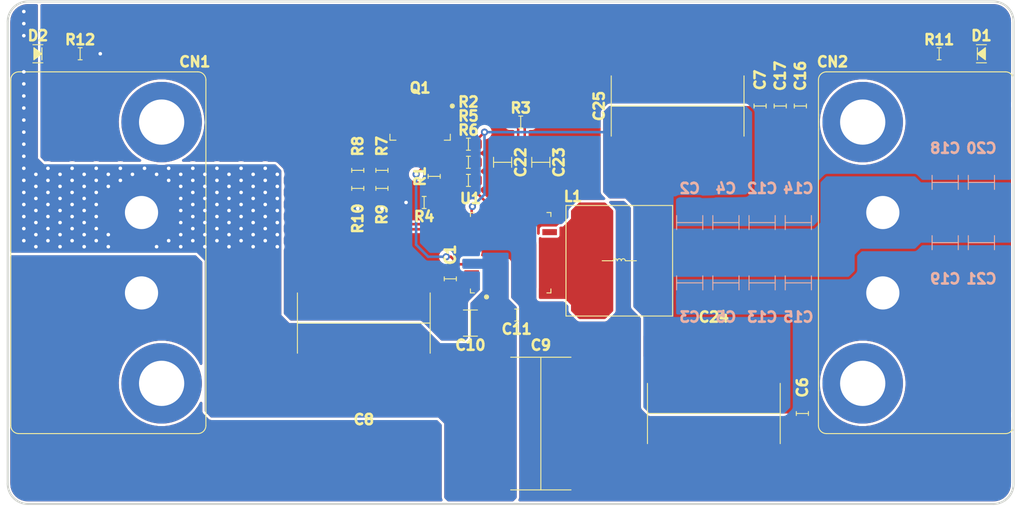
<source format=kicad_pcb>
(kicad_pcb (version 20211014) (generator pcbnew)
  (layers (0 "F.Cu" signal) (1 "In1.Cu" signal) (2 "In2.Cu" signal) (31 "B.Cu" signal) (34 "B.Paste" user) (35 "F.Paste" user) (36 "B.SilkS" user "B.Silkscreen") (37 "F.SilkS" user "F.Silkscreen") (38 "B.Mask" user) (39 "F.Mask" user) (44 "Edge.Cuts" user))
  (net 0 "")
  (net 1 "Net-(C1-Pad1)")
  (net 2 "Net-(C1-Pad2)")
  (net 3 "GND")
  (net 4 "12V")
  (net 5 "VIN")
  (net 6 "/REG_VDD")
  (net 7 "Net-(C23-Pad2)")
  (net 8 "Net-(D1-Pad1)")
  (net 9 "Net-(D2-Pad1)")
  (net 10 "Net-(L1-Pad1)")
  (net 11 "/EN")
  (net 12 "Net-(Q1-Pad3)")
  (net 13 "Net-(R2-Pad1)")
  (net 14 "/PGOOD")
  (net 15 "Net-(R5-Pad1)")
  (net 16 "Net-(R7-Pad1)")
  (net 17 "Net-(R10-Pad2)")
  (footprint "RES_SMD:RES_0402_LEAST" (layer "F.Cu") (at 34.9 20 180)
    (fp_text reference "R5" (at 0 2.3 unlocked) (layer "F.SilkS") (effects (font (size 0.508 0.508) (thickness 0.127))))
    (fp_text value "Res_10K_0402")
    (pad "1" smd roundrect (at -0.43 0 180) (size 0.47 0.52) (layers "F.Cu" "F.Paste" "F.Mask") (net 15 "Net-(R5-Pad1)"))
    (pad "2" smd roundrect (at 0.43 0 180) (size 0.47 0.52) (layers "F.Cu" "F.Paste" "F.Mask") (net 13 "Net-(R2-Pad1)"))
  )
  (footprint "CONNECTOR_THT:DATAMATE_2P_RA_M80-5000000M5-02-333-00-000" (layer "F.Cu") (at 55.5 24.5 90)
    (fp_text reference "CN2" (at 9.5 -2.5 unlocked) (layer "F.SilkS") (effects (font (size 0.508 0.508) (thickness 0.127))))
    (fp_text value "DATAMATE_2P_RA_M80-5000000M5-02-333-00-000")
    (pad "" np_thru_hole circle (at -6.5 -1 90) (size 4 4) (drill 2.25) (layers F&B.Cu *.Mask))
    (pad "" np_thru_hole circle (at 6.5 -1 90) (size 4 4) (drill 2.25) (layers F&B.Cu *.Mask))
    (pad "1" thru_hole circle (at -2 0 90) (size 3 3) (drill 1.65) (layers *.Cu *.Mask) (net 3 "GND"))
    (pad "2" thru_hole circle (at 2 0 90) (size 3 3) (drill 1.65) (layers *.Cu *.Mask) (net 4 "12V"))
  )
  (footprint "RES_SMD:RES_0402_LEAST" (layer "F.Cu") (at 33.2 20.7 90)
    (fp_text reference "R1" (at 0 -0.7 90 unlocked) (layer "F.SilkS") (effects (font (size 0.508 0.508) (thickness 0.127))))
    (fp_text value "Res_10K_0402")
    (pad "1" smd roundrect (at -0.43 0 90) (size 0.47 0.52) (layers "F.Cu" "F.Paste" "F.Mask") (net 12 "Net-(Q1-Pad3)"))
    (pad "2" smd roundrect (at 0.43 0 90) (size 0.47 0.52) (layers "F.Cu" "F.Paste" "F.Mask") (net 5 "VIN"))
  )
  (footprint "LED_SMD:LED_0603_LEAST" (layer "F.Cu") (at 60.4 14.6)
    (fp_text reference "D1" (at 0 -0.9 unlocked) (layer "F.SilkS") (effects (font (size 0.508 0.508) (thickness 0.127))))
    (fp_text value "LED_GREEN_0603")
    (pad "1" smd roundrect (at -0.7 0) (size 0.75 0.9) (layers "F.Cu" "F.Paste" "F.Mask") (net 8 "Net-(D1-Pad1)"))
    (pad "2" smd roundrect (at 0.7 0) (size 0.75 0.9) (layers "F.Cu" "F.Paste" "F.Mask") (net 4 "12V"))
  )
  (footprint "CAP_STACK:CAP_STACK_7.8X6.6" (layer "F.Cu") (at 45.3 17.2 90)
    (fp_text reference "C25" (at 0 -3.9 90 unlocked) (layer "F.SilkS") (effects (font (size 0.508 0.508) (thickness 0.127))))
    (fp_text value "Cap_47u_50V_7.8X6.6")
    (pad "1" smd roundrect (at -3.35 0 90) (size 2 7) (layers "F.Cu" "F.Paste" "F.Mask") (net 4 "12V"))
    (pad "2" smd roundrect (at 3.35 0 90) (size 2 7) (layers "F.Cu" "F.Paste" "F.Mask") (net 3 "GND"))
  )
  (footprint "RES_SMD:RES_0402_LEAST" (layer "F.Cu") (at 34.9 19.1)
    (fp_text reference "R2" (at 0 -2.1 unlocked) (layer "F.SilkS") (effects (font (size 0.508 0.508) (thickness 0.127))))
    (fp_text value "Res_10K_0402")
    (pad "1" smd roundrect (at -0.43 0) (size 0.47 0.52) (layers "F.Cu" "F.Paste" "F.Mask") (net 13 "Net-(R2-Pad1)"))
    (pad "2" smd roundrect (at 0.43 0) (size 0.47 0.52) (layers "F.Cu" "F.Paste" "F.Mask") (net 4 "12V"))
  )
  (footprint "LED_SMD:LED_0603_LEAST" (layer "F.Cu") (at 13.5 14.6 180)
    (fp_text reference "D2" (at 0 0.9 unlocked) (layer "F.SilkS") (effects (font (size 0.508 0.508) (thickness 0.127))))
    (fp_text value "LED_GREEN_0603")
    (pad "1" smd roundrect (at -0.7 0 180) (size 0.75 0.9) (layers "F.Cu" "F.Paste" "F.Mask") (net 9 "Net-(D2-Pad1)"))
    (pad "2" smd roundrect (at 0.7 0 180) (size 0.75 0.9) (layers "F.Cu" "F.Paste" "F.Mask") (net 5 "VIN"))
  )
  (footprint "CAP_STACK:CAP_STACK_7.8X6.6" (layer "F.Cu") (at 29.7 28 -90)
    (fp_text reference "C8" (at 4.8 0 unlocked) (layer "F.SilkS") (effects (font (size 0.508 0.508) (thickness 0.127))))
    (fp_text value "Cap_47u_50V_7.8X6.6")
    (pad "1" smd roundrect (at -3.35 0 270) (size 2 7) (layers "F.Cu" "F.Paste" "F.Mask") (net 3 "GND"))
    (pad "2" smd roundrect (at 3.35 0 270) (size 2 7) (layers "F.Cu" "F.Paste" "F.Mask") (net 5 "VIN"))
  )
  (footprint "RES_SMD:RES_0402_LEAST" (layer "F.Cu") (at 32.7 22)
    (fp_text reference "R4" (at 0 0.7 unlocked) (layer "F.SilkS") (effects (font (size 0.508 0.508) (thickness 0.127))))
    (fp_text value "Res_1K5_0402")
    (pad "1" smd roundrect (at -0.43 0) (size 0.47 0.52) (layers "F.Cu" "F.Paste" "F.Mask") (net 3 "GND"))
    (pad "2" smd roundrect (at 0.43 0) (size 0.47 0.52) (layers "F.Cu" "F.Paste" "F.Mask") (net 12 "Net-(Q1-Pad3)"))
  )
  (footprint "CAP_SMD:CAP_0603_LEAST" (layer "F.Cu") (at 38.5 20 -90)
    (fp_text reference "C23" (at 0 -0.9 90 unlocked) (layer "F.SilkS") (effects (font (size 0.508 0.508) (thickness 0.127))))
    (fp_text value "Cap_1u_25V_0603")
    (pad "1" smd roundrect (at -0.7 0 270) (size 0.75 0.9) (layers "F.Cu" "F.Paste" "F.Mask") (net 3 "GND"))
    (pad "2" smd roundrect (at 0.7 0 270) (size 0.75 0.9) (layers "F.Cu" "F.Paste" "F.Mask") (net 7 "Net-(C23-Pad2)"))
  )
  (footprint "PACKAGE_SO:SOT23_3" (layer "F.Cu") (at 32.5 18.2 180)
    (fp_text reference "Q1" (at 0 1.9 unlocked) (layer "F.SilkS") (effects (font (size 0.508 0.508) (thickness 0.127))))
    (fp_text value "DMN3023L-7")
    (pad "1" smd roundrect (at -0.95 1 180) (size 0.8 0.9) (layers "F.Cu" "F.Paste" "F.Mask") (net 11 "/EN"))
    (pad "2" smd roundrect (at 0.95 1 180) (size 0.8 0.9) (layers "F.Cu" "F.Paste" "F.Mask") (net 3 "GND"))
    (pad "3" smd roundrect (at 0 -1 180) (size 0.8 0.9) (layers "F.Cu" "F.Paste" "F.Mask") (net 12 "Net-(Q1-Pad3)"))
  )
  (footprint "CAP_STACK:CAP_STACK_7.8X6.6" (layer "F.Cu") (at 38.5 33 180)
    (fp_text reference "C9" (at 0 3.9 unlocked) (layer "F.SilkS") (effects (font (size 0.508 0.508) (thickness 0.127))))
    (fp_text value "Cap_47u_50V_7.8X6.6")
    (pad "1" smd roundrect (at -3.35 0 180) (size 2 7) (layers "F.Cu" "F.Paste" "F.Mask") (net 3 "GND"))
    (pad "2" smd roundrect (at 3.35 0 180) (size 2 7) (layers "F.Cu" "F.Paste" "F.Mask") (net 5 "VIN"))
  )
  (footprint "CAP_SMD:CAP_0805_LEAST" (layer "F.Cu") (at 35 28)
    (fp_text reference "C10" (at 0 1.1 unlocked) (layer "F.SilkS") (effects (font (size 0.508 0.508) (thickness 0.127))))
    (fp_text value "Cap_4u7_50V_0805")
    (pad "1" smd roundrect (at -0.85 0) (size 0.8 1.35) (layers "F.Cu" "F.Paste" "F.Mask") (net 3 "GND"))
    (pad "2" smd roundrect (at 0.85 0) (size 0.8 1.35) (layers "F.Cu" "F.Paste" "F.Mask") (net 5 "VIN"))
  )
  (footprint "RES_SMD:RES_0402_LEAST" (layer "F.Cu") (at 37.5 18 180)
    (fp_text reference "R3" (at 0 0.7 unlocked) (layer "F.SilkS") (effects (font (size 0.508 0.508) (thickness 0.127))))
    (fp_text value "Res_10K_0402")
    (pad "1" smd roundrect (at -0.43 0 180) (size 0.47 0.52) (layers "F.Cu" "F.Paste" "F.Mask") (net 14 "/PGOOD"))
    (pad "2" smd roundrect (at 0.43 0 180) (size 0.47 0.52) (layers "F.Cu" "F.Paste" "F.Mask") (net 6 "/REG_VDD"))
  )
  (footprint "CAP_SMD:CAP_0402_LEAST" (layer "F.Cu") (at 37.3 27.6 180)
    (fp_text reference "C11" (at 0 -0.7 unlocked) (layer "F.SilkS") (effects (font (size 0.508 0.508) (thickness 0.127))))
    (fp_text value "Cap_100n_50V_0402")
    (pad "1" smd roundrect (at -0.43 0 180) (size 0.47 0.52) (layers "F.Cu" "F.Paste" "F.Mask") (net 3 "GND"))
    (pad "2" smd roundrect (at 0.43 0 180) (size 0.47 0.52) (layers "F.Cu" "F.Paste" "F.Mask") (net 5 "VIN"))
  )
  (footprint "RES_SMD:RES_0402_LEAST" (layer "F.Cu") (at 29.4 20.4 90)
    (fp_text reference "R8" (at 1.2 0 90 unlocked) (layer "F.SilkS") (effects (font (size 0.508 0.508) (thickness 0.127))))
    (fp_text value "Res_100K_0402")
    (pad "1" smd roundrect (at -0.43 0 90) (size 0.47 0.52) (layers "F.Cu" "F.Paste" "F.Mask") (net 17 "Net-(R10-Pad2)"))
    (pad "2" smd roundrect (at 0.43 0 90) (size 0.47 0.52) (layers "F.Cu" "F.Paste" "F.Mask") (net 6 "/REG_VDD"))
  )
  (footprint "PACKAGE_MLP:MLP44_24L" (layer "F.Cu") (at 37 24.5 90)
    (fp_text reference "U1" (at 2.7 -2 unlocked) (layer "F.SilkS") (effects (font (size 0.508 0.508) (thickness 0.127))))
    (fp_text value "SIC437AED")
    (pad "1" smd rect (at -2.025 -0.825 90) (size 0.55 0.3) (layers "F.Cu" "F.Paste" "F.Mask") (net 5 "VIN"))
    (pad "2" smd rect (at -2.025 -0.375 90) (size 0.55 0.3) (layers "F.Cu" "F.Paste" "F.Mask") (net 5 "VIN"))
    (pad "3" smd rect (at -2.025 0.525 90) (size 0.55 0.3) (layers "F.Cu" "F.Paste" "F.Mask") (net 3 "GND"))
    (pad "4" smd rect (at -2.025 0.975 90) (size 0.55 0.3) (layers "F.Cu" "F.Paste" "F.Mask") (net 3 "GND"))
    (pad "5" smd rect (at -1.475 1.938 90) (size 0.3 0.725) (layers "F.Cu" "F.Paste" "F.Mask") (net 10 "Net-(L1-Pad1)"))
    (pad "6" smd rect (at -1.025 1.938 90) (size 0.3 0.725) (layers "F.Cu" "F.Paste" "F.Mask") (net 10 "Net-(L1-Pad1)"))
    (pad "7" smd rect (at -0.575 1.938 90) (size 0.3 0.725) (layers "F.Cu" "F.Paste" "F.Mask") (net 10 "Net-(L1-Pad1)"))
    (pad "8" smd rect (at 0.125 1.938 90) (size 0.3 0.725) (layers "F.Cu" "F.Paste" "F.Mask") (net 10 "Net-(L1-Pad1)"))
    (pad "9" smd rect (at 0.575 1.938 90) (size 0.3 0.725) (layers "F.Cu" "F.Paste" "F.Mask") (net 10 "Net-(L1-Pad1)"))
    (pad "10" smd rect (at 1.025 1.938 90) (size 0.3 0.725) (layers "F.Cu" "F.Paste" "F.Mask"))
    (pad "11" smd rect (at 1.938 1.425 180) (size 0.3 0.725) (layers "F.Cu" "F.Paste" "F.Mask"))
    (pad "12" smd rect (at 1.938 0.975 180) (size 0.3 0.725) (layers "F.Cu" "F.Paste" "F.Mask") (net 7 "Net-(C23-Pad2)"))
    (pad "13" smd rect (at 1.938 0.525 180) (size 0.3 0.725) (layers "F.Cu" "F.Paste" "F.Mask") (net 3 "GND"))
    (pad "14" smd rect (at 1.938 0.075 180) (size 0.3 0.725) (layers "F.Cu" "F.Paste" "F.Mask") (net 14 "/PGOOD"))
    (pad "15" smd rect (at 1.938 -0.375 180) (size 0.3 0.725) (layers "F.Cu" "F.Paste" "F.Mask") (net 6 "/REG_VDD"))
    (pad "16" smd rect (at 1.938 -0.825 180) (size 0.3 0.725) (layers "F.Cu" "F.Paste" "F.Mask") (net 3 "GND"))
    (pad "17" smd rect (at 1.938 -1.275 180) (size 0.3 0.725) (layers "F.Cu" "F.Paste" "F.Mask") (net 15 "Net-(R5-Pad1)"))
    (pad "18" smd rect (at 1.475 -1.938 90) (size 0.3 0.725) (layers "F.Cu" "F.Paste" "F.Mask") (net 4 "12V"))
    (pad "19" smd rect (at 1.025 -1.938 90) (size 0.3 0.725) (layers "F.Cu" "F.Paste" "F.Mask") (net 12 "Net-(Q1-Pad3)"))
    (pad "20" smd rect (at 0.575 -1.938 90) (size 0.3 0.725) (layers "F.Cu" "F.Paste" "F.Mask") (net 16 "Net-(R7-Pad1)"))
    (pad "21" smd rect (at 0.125 -1.938 90) (size 0.3 0.725) (layers "F.Cu" "F.Paste" "F.Mask") (net 17 "Net-(R10-Pad2)"))
    (pad "22" smd rect (at -0.575 -1.938 90) (size 0.3 0.725) (layers "F.Cu" "F.Paste" "F.Mask") (net 5 "VIN"))
    (pad "23" smd rect (at -1.025 -1.938 90) (size 0.3 0.725) (layers "F.Cu" "F.Paste" "F.Mask") (net 1 "Net-(C1-Pad1)"))
    (pad "24" smd rect (at -1.475 -1.938 90) (size 0.3 0.725) (layers "F.Cu" "F.Paste" "F.Mask") (net 2 "Net-(C1-Pad2)"))
    (pad "25" smd rect (at 0.4885 -0.75 90) (size 1.575 1.05) (layers "F.Cu" "F.Paste" "F.Mask") (net 3 "GND"))
    (pad "26" smd rect (at -1.175 -0.75 90) (size 1.15 1.05) (layers "F.Cu" "F.Paste" "F.Mask") (net 5 "VIN"))
    (pad "27" smd rect (at 0.75 0.3025 90) (size 0.65 0.455) (layers "F.Cu" "F.Paste" "F.Mask") (net 3 "GND"))
    (pad "27" smd rect (at -0.662 0.675 90) (size 2.175 1.2) (layers "F.Cu" "F.Paste" "F.Mask") (net 3 "GND"))
    (pad "28" smd rect (at 0.9855 0.9955 90) (size 0.58 0.38) (layers "F.Cu" "F.Paste" "F.Mask"))
  )
  (footprint "RES_SMD:RES_0402_LEAST" (layer "F.Cu") (at 58.3 14.6)
    (fp_text reference "R11" (at 0 -0.7 unlocked) (layer "F.SilkS") (effects (font (size 0.508 0.508) (thickness 0.127))))
    (fp_text value "Res_4K7_0402")
    (pad "1" smd roundrect (at -0.43 0) (size 0.47 0.52) (layers "F.Cu" "F.Paste" "F.Mask") (net 3 "GND"))
    (pad "2" smd roundrect (at 0.43 0) (size 0.47 0.52) (layers "F.Cu" "F.Paste" "F.Mask") (net 8 "Net-(D1-Pad1)"))
  )
  (footprint "RES_SMD:RES_0402_LEAST" (layer "F.Cu") (at 30.6 20.4 90)
    (fp_text reference "R7" (at 1.2 0 90 unlocked) (layer "F.SilkS") (effects (font (size 0.508 0.508) (thickness 0.127))))
    (fp_text value "Res_100K_0402")
    (pad "1" smd roundrect (at -0.43 0 90) (size 0.47 0.52) (layers "F.Cu" "F.Paste" "F.Mask") (net 16 "Net-(R7-Pad1)"))
    (pad "2" smd roundrect (at 0.43 0 90) (size 0.47 0.52) (layers "F.Cu" "F.Paste" "F.Mask") (net 6 "/REG_VDD"))
  )
  (footprint "CAP_SMD:CAP_0402_LEAST" (layer "F.Cu") (at 51.4 17.2 -90)
    (fp_text reference "C16" (at -1.5 0 90 unlocked) (layer "F.SilkS") (effects (font (size 0.508 0.508) (thickness 0.127))))
    (fp_text value "Cap_10n_50V_0402")
    (pad "1" smd roundrect (at -0.43 0 270) (size 0.47 0.52) (layers "F.Cu" "F.Paste" "F.Mask") (net 3 "GND"))
    (pad "2" smd roundrect (at 0.43 0 270) (size 0.47 0.52) (layers "F.Cu" "F.Paste" "F.Mask") (net 4 "12V"))
  )
  (footprint "RES_SMD:RES_0402_LEAST" (layer "F.Cu") (at 29.4 21.3 90)
    (fp_text reference "R10" (at -1.5 0 90 unlocked) (layer "F.SilkS") (effects (font (size 0.508 0.508) (thickness 0.127))))
    (fp_text value "Res_100K_0402")
    (pad "1" smd roundrect (at -0.43 0 90) (size 0.47 0.52) (layers "F.Cu" "F.Paste" "F.Mask") (net 3 "GND"))
    (pad "2" smd roundrect (at 0.43 0 90) (size 0.47 0.52) (layers "F.Cu" "F.Paste" "F.Mask") (net 17 "Net-(R10-Pad2)"))
  )
  (footprint "CAP_SMD:CAP_0402_LEAST" (layer "F.Cu") (at 34 25.8 -90)
    (fp_text reference "C1" (at -1.2 0 90 unlocked) (layer "F.SilkS") (effects (font (size 0.508 0.508) (thickness 0.127))))
    (fp_text value "Cap_100n_50V_0402")
    (pad "1" smd roundrect (at -0.43 0 270) (size 0.47 0.52) (layers "F.Cu" "F.Paste" "F.Mask") (net 1 "Net-(C1-Pad1)"))
    (pad "2" smd roundrect (at 0.43 0 270) (size 0.47 0.52) (layers "F.Cu" "F.Paste" "F.Mask") (net 2 "Net-(C1-Pad2)"))
  )
  (footprint "CAP_SMD:CAP_0603_LEAST" (layer "F.Cu") (at 36.6 20 -90)
    (fp_text reference "C22" (at 0 -0.9 90 unlocked) (layer "F.SilkS") (effects (font (size 0.508 0.508) (thickness 0.127))))
    (fp_text value "Cap_1u_25V_0603")
    (pad "1" smd roundrect (at -0.7 0 270) (size 0.75 0.9) (layers "F.Cu" "F.Paste" "F.Mask") (net 3 "GND"))
    (pad "2" smd roundrect (at 0.7 0 270) (size 0.75 0.9) (layers "F.Cu" "F.Paste" "F.Mask") (net 6 "/REG_VDD"))
  )
  (footprint "CAP_SMD:CAP_0402_LEAST" (layer "F.Cu") (at 50.4 17.2 -90)
    (fp_text reference "C17" (at -1.5 0 90 unlocked) (layer "F.SilkS") (effects (font (size 0.508 0.508) (thickness 0.127))))
    (fp_text value "Cap_10n_50V_0402")
    (pad "1" smd roundrect (at -0.43 0 270) (size 0.47 0.52) (layers "F.Cu" "F.Paste" "F.Mask") (net 3 "GND"))
    (pad "2" smd roundrect (at 0.43 0 270) (size 0.47 0.52) (layers "F.Cu" "F.Paste" "F.Mask") (net 4 "12V"))
  )
  (footprint "CAP_SMD:CAP_0402_LEAST" (layer "F.Cu") (at 51.5 32.5 90)
    (fp_text reference "C6" (at 1.3 0 90 unlocked) (layer "F.SilkS") (effects (font (size 0.508 0.508) (thickness 0.127))))
    (fp_text value "Cap_100n_50V_0402")
    (pad "1" smd roundrect (at -0.43 0 90) (size 0.47 0.52) (layers "F.Cu" "F.Paste" "F.Mask") (net 3 "GND"))
    (pad "2" smd roundrect (at 0.43 0 90) (size 0.47 0.52) (layers "F.Cu" "F.Paste" "F.Mask") (net 4 "12V"))
  )
  (footprint "RES_SMD:RES_0402_LEAST" (layer "F.Cu") (at 15.6 14.6 180)
    (fp_text reference "R12" (at 0 0.7 unlocked) (layer "F.SilkS") (effects (font (size 0.508 0.508) (thickness 0.127))))
    (fp_text value "Res_4K7_0402")
    (pad "1" smd roundrect (at -0.43 0 180) (size 0.47 0.52) (layers "F.Cu" "F.Paste" "F.Mask") (net 3 "GND"))
    (pad "2" smd roundrect (at 0.43 0 180) (size 0.47 0.52) (layers "F.Cu" "F.Paste" "F.Mask") (net 9 "Net-(D2-Pad1)"))
  )
  (footprint "INDUCTOR_SMD:IND_5.5X5.3" (layer "F.Cu") (at 42.4 24.9 -90)
    (fp_text reference "L1" (at -3.2 2.3 unlocked) (layer "F.SilkS") (effects (font (size 0.508 0.508) (thickness 0.127))))
    (fp_text value "PA5003.102NLT")
    (pad "1" smd roundrect (at 0 1.625 270) (size 4.7 1.25) (layers "F.Cu" "F.Paste" "F.Mask") (net 10 "Net-(L1-Pad1)"))
    (pad "2" smd roundrect (at 0 -1.625 270) (size 4.7 1.25) (layers "F.Cu" "F.Paste" "F.Mask") (net 4 "12V"))
  )
  (footprint "RES_SMD:RES_0402_LEAST" (layer "F.Cu") (at 34.9 20.9)
    (fp_text reference "R6" (at 0 -2.5 unlocked) (layer "F.SilkS") (effects (font (size 0.508 0.508) (thickness 0.127))))
    (fp_text value "Res_1K_0402")
    (pad "1" smd roundrect (at -0.43 0) (size 0.47 0.52) (layers "F.Cu" "F.Paste" "F.Mask") (net 3 "GND"))
    (pad "2" smd roundrect (at 0.43 0) (size 0.47 0.52) (layers "F.Cu" "F.Paste" "F.Mask") (net 15 "Net-(R5-Pad1)"))
  )
  (footprint "CAP_STACK:CAP_STACK_7.8X6.6" (layer "F.Cu") (at 47.1 32.5 -90)
    (fp_text reference "C24" (at -4.8 0 unlocked) (layer "F.SilkS") (effects (font (size 0.508 0.508) (thickness 0.127))))
    (fp_text value "Cap_47u_50V_7.8X6.6")
    (pad "1" smd roundrect (at -3.35 0 270) (size 2 7) (layers "F.Cu" "F.Paste" "F.Mask") (net 4 "12V"))
    (pad "2" smd roundrect (at 3.35 0 270) (size 2 7) (layers "F.Cu" "F.Paste" "F.Mask") (net 3 "GND"))
  )
  (footprint "CAP_SMD:CAP_0402_LEAST" (layer "F.Cu") (at 49.4 17.2 -90)
    (fp_text reference "C7" (at -1.3 0 90 unlocked) (layer "F.SilkS") (effects (font (size 0.508 0.508) (thickness 0.127))))
    (fp_text value "Cap_100n_50V_0402")
    (pad "1" smd roundrect (at -0.43 0 270) (size 0.47 0.52) (layers "F.Cu" "F.Paste" "F.Mask") (net 3 "GND"))
    (pad "2" smd roundrect (at 0.43 0 270) (size 0.47 0.52) (layers "F.Cu" "F.Paste" "F.Mask") (net 4 "12V"))
  )
  (footprint "RES_SMD:RES_0402_LEAST" (layer "F.Cu") (at 30.6 21.3 90)
    (fp_text reference "R9" (at -1.3 0 90 unlocked) (layer "F.SilkS") (effects (font (size 0.508 0.508) (thickness 0.127))))
    (fp_text value "Res_100K_0402")
    (pad "1" smd roundrect (at -0.43 0 90) (size 0.47 0.52) (layers "F.Cu" "F.Paste" "F.Mask") (net 3 "GND"))
    (pad "2" smd roundrect (at 0.43 0 90) (size 0.47 0.52) (layers "F.Cu" "F.Paste" "F.Mask") (net 16 "Net-(R7-Pad1)"))
  )
  (footprint "CONNECTOR_THT:DATAMATE_2P_RA_M80-5000000M5-02-333-00-000" (layer "F.Cu") (at 18.65 24.5 -90)
    (fp_text reference "CN1" (at -9.5 -2.65 unlocked) (layer "F.SilkS") (effects (font (size 0.508 0.508) (thickness 0.127))))
    (fp_text value "DATAMATE_2P_RA_M80-5000000M5-02-333-00-000")
    (pad "" np_thru_hole circle (at -6.5 -1 270) (size 4 4) (drill 2.25) (layers F&B.Cu *.Mask))
    (pad "" np_thru_hole circle (at 6.5 -1 270) (size 4 4) (drill 2.25) (layers F&B.Cu *.Mask))
    (pad "1" thru_hole circle (at -2 0 270) (size 3 3) (drill 1.65) (layers *.Cu *.Mask) (net 5 "VIN"))
    (pad "2" thru_hole circle (at 2 0 270) (size 3 3) (drill 1.65) (layers *.Cu *.Mask) (net 3 "GND"))
  )
  (footprint "CAP_SMD:CAP_0805_LEAST" (layer "B.Cu") (at 51.3 23 -90)
    (fp_text reference "C14" (at -1.7 0 unlocked) (layer "B.SilkS") (effects (font (size 0.508 0.508) (thickness 0.127)) (justify mirror)))
    (fp_text value "Cap_10u_25V_0805")
    (pad "1" smd roundrect (at -0.85 0 270) (size 0.8 1.35) (layers "B.Cu" "B.Paste" "B.Mask") (net 3 "GND"))
    (pad "2" smd roundrect (at 0.85 0 270) (size 0.8 1.35) (layers "B.Cu" "B.Paste" "B.Mask") (net 4 "12V"))
  )
  (footprint "CAP_SMD:CAP_0805_LEAST" (layer "B.Cu") (at 58.6 24 90)
    (fp_text reference "C19" (at -1.8 0 unlocked) (layer "B.SilkS") (effects (font (size 0.508 0.508) (thickness 0.127)) (justify mirror)))
    (fp_text value "Cap_10u_25V_0805")
    (pad "1" smd roundrect (at -0.85 0 90) (size 0.8 1.35) (layers "B.Cu" "B.Paste" "B.Mask") (net 3 "GND"))
    (pad "2" smd roundrect (at 0.85 0 90) (size 0.8 1.35) (layers "B.Cu" "B.Paste" "B.Mask") (net 4 "12V"))
  )
  (footprint "CAP_SMD:CAP_0805_LEAST" (layer "B.Cu") (at 49.5 26 90)
    (fp_text reference "C13" (at -1.7 0 unlocked) (layer "B.SilkS") (effects (font (size 0.508 0.508) (thickness 0.127)) (justify mirror)))
    (fp_text value "Cap_10u_25V_0805")
    (pad "1" smd roundrect (at -0.85 0 90) (size 0.8 1.35) (layers "B.Cu" "B.Paste" "B.Mask") (net 3 "GND"))
    (pad "2" smd roundrect (at 0.85 0 90) (size 0.8 1.35) (layers "B.Cu" "B.Paste" "B.Mask") (net 4 "12V"))
  )
  (footprint "CAP_SMD:CAP_0805_LEAST" (layer "B.Cu") (at 47.7 26 90)
    (fp_text reference "C5" (at -1.7 0 unlocked) (layer "B.SilkS") (effects (font (size 0.508 0.508) (thickness 0.127)) (justify mirror)))
    (fp_text value "Cap_10u_25V_0805")
    (pad "1" smd roundrect (at -0.85 0 90) (size 0.8 1.35) (layers "B.Cu" "B.Paste" "B.Mask") (net 3 "GND"))
    (pad "2" smd roundrect (at 0.85 0 90) (size 0.8 1.35) (layers "B.Cu" "B.Paste" "B.Mask") (net 4 "12V"))
  )
  (footprint "CAP_SMD:CAP_0805_LEAST" (layer "B.Cu") (at 47.7 23 -90)
    (fp_text reference "C4" (at -1.7 0 unlocked) (layer "B.SilkS") (effects (font (size 0.508 0.508) (thickness 0.127)) (justify mirror)))
    (fp_text value "Cap_10u_25V_0805")
    (pad "1" smd roundrect (at -0.85 0 270) (size 0.8 1.35) (layers "B.Cu" "B.Paste" "B.Mask") (net 3 "GND"))
    (pad "2" smd roundrect (at 0.85 0 270) (size 0.8 1.35) (layers "B.Cu" "B.Paste" "B.Mask") (net 4 "12V"))
  )
  (footprint "CAP_SMD:CAP_0805_LEAST" (layer "B.Cu") (at 58.6 21 -90)
    (fp_text reference "C18" (at -1.7 0 unlocked) (layer "B.SilkS") (effects (font (size 0.508 0.508) (thickness 0.127)) (justify mirror)))
    (fp_text value "Cap_10u_25V_0805")
    (pad "1" smd roundrect (at -0.85 0 270) (size 0.8 1.35) (layers "B.Cu" "B.Paste" "B.Mask") (net 3 "GND"))
    (pad "2" smd roundrect (at 0.85 0 270) (size 0.8 1.35) (layers "B.Cu" "B.Paste" "B.Mask") (net 4 "12V"))
  )
  (footprint "CAP_SMD:CAP_0805_LEAST" (layer "B.Cu") (at 60.4 21 -90)
    (fp_text reference "C20" (at -1.7 0 unlocked) (layer "B.SilkS") (effects (font (size 0.508 0.508) (thickness 0.127)) (justify mirror)))
    (fp_text value "Cap_10u_25V_0805")
    (pad "1" smd roundrect (at -0.85 0 270) (size 0.8 1.35) (layers "B.Cu" "B.Paste" "B.Mask") (net 3 "GND"))
    (pad "2" smd roundrect (at 0.85 0 270) (size 0.8 1.35) (layers "B.Cu" "B.Paste" "B.Mask") (net 4 "12V"))
  )
  (footprint "CAP_SMD:CAP_0805_LEAST" (layer "B.Cu") (at 45.9 26 90)
    (fp_text reference "C3" (at -1.7 0 unlocked) (layer "B.SilkS") (effects (font (size 0.508 0.508) (thickness 0.127)) (justify mirror)))
    (fp_text value "Cap_10u_25V_0805")
    (pad "1" smd roundrect (at -0.85 0 90) (size 0.8 1.35) (layers "B.Cu" "B.Paste" "B.Mask") (net 3 "GND"))
    (pad "2" smd roundrect (at 0.85 0 90) (size 0.8 1.35) (layers "B.Cu" "B.Paste" "B.Mask") (net 4 "12V"))
  )
  (footprint "CAP_SMD:CAP_0805_LEAST" (layer "B.Cu") (at 49.5 23 -90)
    (fp_text reference "C12" (at -1.7 0 unlocked) (layer "B.SilkS") (effects (font (size 0.508 0.508) (thickness 0.127)) (justify mirror)))
    (fp_text value "Cap_10u_25V_0805")
    (pad "1" smd roundrect (at -0.85 0 270) (size 0.8 1.35) (layers "B.Cu" "B.Paste" "B.Mask") (net 3 "GND"))
    (pad "2" smd roundrect (at 0.85 0 270) (size 0.8 1.35) (layers "B.Cu" "B.Paste" "B.Mask") (net 4 "12V"))
  )
  (footprint "CAP_SMD:CAP_0805_LEAST" (layer "B.Cu") (at 60.4 24 90)
    (fp_text reference "C21" (at -1.8 0 unlocked) (layer "B.SilkS") (effects (font (size 0.508 0.508) (thickness 0.127)) (justify mirror)))
    (fp_text value "Cap_10u_25V_0805")
    (pad "1" smd roundrect (at -0.85 0 90) (size 0.8 1.35) (layers "B.Cu" "B.Paste" "B.Mask") (net 3 "GND"))
    (pad "2" smd roundrect (at 0.85 0 90) (size 0.8 1.35) (layers "B.Cu" "B.Paste" "B.Mask") (net 4 "12V"))
  )
  (footprint "CAP_SMD:CAP_0805_LEAST" (layer "B.Cu") (at 51.3 26 90)
    (fp_text reference "C15" (at -1.7 0 unlocked) (layer "B.SilkS") (effects (font (size 0.508 0.508) (thickness 0.127)) (justify mirror)))
    (fp_text value "Cap_10u_25V_0805")
    (pad "1" smd roundrect (at -0.85 0 90) (size 0.8 1.35) (layers "B.Cu" "B.Paste" "B.Mask") (net 3 "GND"))
    (pad "2" smd roundrect (at 0.85 0 90) (size 0.8 1.35) (layers "B.Cu" "B.Paste" "B.Mask") (net 4 "12V"))
  )
  (footprint "CAP_SMD:CAP_0805_LEAST" (layer "B.Cu") (at 45.9 23 -90)
    (fp_text reference "C2" (at -1.7 0 unlocked) (layer "B.SilkS") (effects (font (size 0.508 0.508) (thickness 0.127)) (justify mirror)))
    (fp_text value "Cap_10u_25V_0805")
    (pad "1" smd roundrect (at -0.85 0 270) (size 0.8 1.35) (layers "B.Cu" "B.Paste" "B.Mask") (net 3 "GND"))
    (pad "2" smd roundrect (at 0.85 0 270) (size 0.8 1.35) (layers "B.Cu" "B.Paste" "B.Mask") (net 4 "12V"))
  )
  (gr_line (start 13.000001 12) (end 61 12) (layer "Edge.Cuts") (width 0.1))
  (gr_arc (start 61 12) (mid 61.707107 12.292893) (end 62 13) (layer "Edge.Cuts") (width 0.1))
  (gr_arc (start 12.000001 13) (mid 12.292894 12.292893) (end 13.000001 12) (layer "Edge.Cuts") (width 0.1))
  (gr_line (start 62 13) (end 62 36) (layer "Edge.Cuts") (width 0.1))
  (gr_line (start 61 37) (end 13 37) (layer "Edge.Cuts") (width 0.1))
  (gr_arc (start 13 37) (mid 12.292893 36.707107) (end 12 36) (layer "Edge.Cuts") (width 0.1))
  (gr_arc (start 62 36) (mid 61.707107 36.707107) (end 61 37) (layer "Edge.Cuts") (width 0.1))
  (gr_line (start 12 36) (end 12.000001 13) (layer "Edge.Cuts") (width 0.1))
  (segment (start 34.155 25.525) (end 34 25.37) (width 0.127) (layer "F.Cu") (net 1))
  (segment (start 35.062 25.525) (end 34.155 25.525) (width 0.127) (layer "F.Cu") (net 1))
  (segment (start 35.062 25.975) (end 34.255 25.975) (width 0.127) (layer "F.Cu") (net 2))
  (segment (start 34.255 25.975) (end 34 26.23) (width 0.127) (layer "F.Cu") (net 2))
  (segment (start 16.03 14.6) (end 16.6 14.6) (width 0.127) (layer "F.Cu") (net 3))
  (segment (start 30.6 21.73) (end 30.6 22.3) (width 0.127) (layer "F.Cu") (net 3))
  (segment (start 29.4 21.73) (end 29.4 22.3) (width 0.127) (layer "F.Cu") (net 3))
  (segment (start 32.27 22) (end 31.8 22) (width 0.127) (layer "F.Cu") (net 3))
  (via (at 29.4 22.3) (size 0.3556) (drill 0.1778) (layers "F.Cu" "B.Cu") (net 3))
  (via (at 16.6 14.6) (size 0.3556) (drill 0.1778) (layers "F.Cu" "B.Cu") (net 3))
  (via (at 31.8 22) (size 0.3556) (drill 0.1778) (layers "F.Cu" "B.Cu") (net 3))
  (via (at 30.6 22.3) (size 0.3556) (drill 0.1778) (layers "F.Cu" "B.Cu") (net 3))
  (segment (start 35.062 23.025) (end 35.062 22.238) (width 0.127) (layer "F.Cu") (net 4))
  (segment (start 35.33 19.1) (end 35.33 18.87) (width 0.127) (layer "F.Cu") (net 4))
  (segment (start 35.062 22.238) (end 35.1 22.2) (width 0.127) (layer "F.Cu") (net 4))
  (segment (start 35.33 18.87) (end 35.7 18.5) (width 0.127) (layer "F.Cu") (net 4))
  (segment (start 61.1 14.6) (end 61.1 18.1) (width 0.127) (layer "F.Cu") (net 4))
  (segment (start 61.1 18.1) (end 61.2 18.2) (width 0.127) (layer "F.Cu") (net 4))
  (via (at 35.7 18.5) (size 0.3556) (drill 0.1778) (layers "F.Cu" "B.Cu") (net 4))
  (via (at 35.1 22.2) (size 0.3556) (drill 0.1778) (layers "F.Cu" "B.Cu") (net 4))
  (segment (start 35.7 21.6) (end 35.7 18.5) (width 0.127) (layer "B.Cu") (net 4))
  (segment (start 35.1 22.2) (end 35.7 21.6) (width 0.127) (layer "B.Cu") (net 4))
  (segment (start 35.7 18.5) (end 41.9 18.5) (width 0.127) (layer "B.Cu") (net 4))
  (segment (start 33.8 24.7) (end 34.024898 24.7) (width 0.127) (layer "F.Cu") (net 5))
  (segment (start 32.63 20.27) (end 33.2 20.27) (width 0.127) (layer "F.Cu") (net 5))
  (segment (start 34.024898 24.7) (end 34.399898 25.075) (width 0.127) (layer "F.Cu") (net 5))
  (segment (start 34.399898 25.075) (end 35.062 25.075) (width 0.127) (layer "F.Cu") (net 5))
  (segment (start 32.3 20.6) (end 32.63 20.27) (width 0.127) (layer "F.Cu") (net 5))
  (via (at 17 20.6) (size 0.3556) (drill 0.1778) (layers "F.Cu" "B.Cu") (net 5))
  (via (at 14 20.9) (size 0.3556) (drill 0.1778) (layers "F.Cu" "B.Cu") (net 5))
  (via (at 12.8 20.3) (size 0.3556) (drill 0.1778) (layers "F.Cu" "B.Cu") (net 5))
  (via (at 15.8 21.8) (size 0.3556) (drill 0.1778) (layers "F.Cu" "B.Cu") (net 5))
  (via (at 23 23) (size 0.3556) (drill 0.1778) (layers "F.Cu" "B.Cu") (net 5))
  (via (at 12.8 17.9) (size 0.3556) (drill 0.1778) (layers "F.Cu" "B.Cu") (net 5))
  (via (at 20.6 23.6) (size 0.3556) (drill 0.1778) (layers "F.Cu" "B.Cu") (net 5))
  (via (at 21.2 22.1) (size 0.3556) (drill 0.1778) (layers "F.Cu" "B.Cu") (net 5))
  (via (at 12.8 19.7) (size 0.3556) (drill 0.1778) (layers "F.Cu" "B.Cu") (net 5))
  (via (at 22.4 20.9) (size 0.3556) (drill 0.1778) (layers "F.Cu" "B.Cu") (net 5))
  (via (at 16.4 23.3) (size 0.3556) (drill 0.1778) (layers "F.Cu" "B.Cu") (net 5))
  (via (at 14.6 24.2) (size 0.3556) (drill 0.1778) (layers "F.Cu" "B.Cu") (net 5))
  (via (at 13.4 23.6) (size 0.3556) (drill 0.1778) (layers "F.Cu" "B.Cu") (net 5))
  (via (at 12.8 19.1) (size 0.3556) (drill 0.1778) (layers "F.Cu" "B.Cu") (net 5))
  (via (at 21.8 21.2) (size 0.3556) (drill 0.1778) (layers "F.Cu" "B.Cu") (net 5))
  (via (at 14.6 21.8) (size 0.3556) (drill 0.1778) (layers "F.Cu" "B.Cu") (net 5))
  (via (at 21.2 20.3) (size 0.3556) (drill 0.1778) (layers "F.Cu" "B.Cu") (net 5))
  (via (at 12.8 22.7) (size 0.3556) (drill 0.1778) (layers "F.Cu" "B.Cu") (net 5))
  (via (at 17 21.2) (size 0.3556) (drill 0.1778) (layers "F.Cu" "B.Cu") (net 5))
  (via (at 21.2 23.9) (size 0.3556) (drill 0.1778) (layers "F.Cu" "B.Cu") (net 5))
  (via (at 23 20.6) (size 0.3556) (drill 0.1778) (layers "F.Cu" "B.Cu") (net 5))
  (via (at 23.6 20.9) (size 0.3556) (drill 0.1778) (layers "F.Cu" "B.Cu") (net 5))
  (via (at 18.8 20.3) (size 0.3556) (drill 0.1778) (layers "F.Cu" "B.Cu") (net 5))
  (via (at 23 21.2) (size 0.3556) (drill 0.1778) (layers "F.Cu" "B.Cu") (net 5))
  (via (at 17 24.2) (size 0.3556) (drill 0.1778) (layers "F.Cu" "B.Cu") (net 5))
  (via (at 21.8 20.6) (size 0.3556) (drill 0.1778) (layers "F.Cu" "B.Cu") (net 5))
  (via (at 24.2 22.4) (size 0.3556) (drill 0.1778) (layers "F.Cu" "B.Cu") (net 5))
  (via (at 15.2 22.1) (size 0.3556) (drill 0.1778) (layers "F.Cu" "B.Cu") (net 5))
  (via (at 21.8 23.6) (size 0.3556) (drill 0.1778) (layers "F.Cu" "B.Cu") (net 5))
  (via (at 19.4 20.6) (size 0.3556) (drill 0.1778) (layers "F.Cu" "B.Cu") (net 5))
  (via (at 12.8 13.7) (size 0.3556) (drill 0.1778) (layers "F.Cu" "B.Cu") (net 5))
  (via (at 15.2 20.3) (size 0.3556) (drill 0.1778) (layers "F.Cu" "B.Cu") (net 5))
  (via (at 24.2 23.6) (size 0.3556) (drill 0.1778) (layers "F.Cu" "B.Cu") (net 5))
  (via (at 14.6 23.6) (size 0.3556) (drill 0.1778) (layers "F.Cu" "B.Cu") (net 5))
  (via (at 15.8 23.6) (size 0.3556) (drill 0.1778) (layers "F.Cu" "B.Cu") (net 5))
  (via (at 24.2 24.2) (size 0.3556) (drill 0.1778) (layers "F.Cu" "B.Cu") (net 5))
  (via (at 23 23.6) (size 0.3556) (drill 0.1778) (layers "F.Cu" "B.Cu") (net 5))
  (via (at 12.8 17.3) (size 0.3556) (drill 0.1778) (layers "F.Cu" "B.Cu") (net 5))
  (via (at 16.4 20.3) (size 0.3556) (drill 0.1778) (layers "F.Cu" "B.Cu") (net 5))
  (via (at 14 20.3) (size 0.3556) (drill 0.1778) (layers "F.Cu" "B.Cu") (net 5))
  (via (at 12.8 18.5) (size 0.3556) (drill 0.1778) (layers "F.Cu" "B.Cu") (net 5))
  (via (at 24.2 20.6) (size 0.3556) (drill 0.1778) (layers "F.Cu" "B.Cu") (net 5))
  (via (at 24.2 23) (size 0.3556) (drill 0.1778) (layers "F.Cu" "B.Cu") (net 5))
  (via (at 16.4 23.9) (size 0.3556) (drill 0.1778) (layers "F.Cu" "B.Cu") (net 5))
  (via (at 22.4 23.9) (size 0.3556) (drill 0.1778) (layers "F.Cu" "B.Cu") (net 5))
  (via (at 25.4 23.6) (size 0.3556) (drill 0.1778) (layers "F.Cu" "B.Cu") (net 5))
  (via (at 14.6 22.4) (size 0.3556) (drill 0.1778) (layers "F.Cu" "B.Cu") (net 5))
  (via (at 12.8 23.3) (size 0.3556) (drill 0.1778) (layers "F.Cu" "B.Cu") (net 5))
  (via (at 21.2 20.9) (size 0.3556) (drill 0.1778) (layers "F.Cu" "B.Cu") (net 5))
  (via (at 17.6 20.9) (size 0.3556) (drill 0.1778) (layers "F.Cu" "B.Cu") (net 5))
  (via (at 24.8 22.1) (size 0.3556) (drill 0.1778) (layers "F.Cu" "B.Cu") (net 5))
  (via (at 12.8 21.5) (size 0.3556) (drill 0.1778) (layers "F.Cu" "B.Cu") (net 5))
  (via (at 15.2 22.7) (size 0.3556) (drill 0.1778) (layers "F.Cu" "B.Cu") (net 5))
  (via (at 17.6 20.3) (size 0.3556) (drill 0.1778) (layers "F.Cu" "B.Cu") (net 5))
  (via (at 23 21.8) (size 0.3556) (drill 0.1778) (layers "F.Cu" "B.Cu") (net 5))
  (via (at 14 21.5) (size 0.3556) (drill 0.1778) (layers "F.Cu" "B.Cu") (net 5))
  (via (at 13.4 21.2) (size 0.3556) (drill 0.1778) (layers "F.Cu" "B.Cu") (net 5))
  (via (at 22.4 22.7) (size 0.3556) (drill 0.1778) (layers "F.Cu" "B.Cu") (net 5))
  (via (at 12.8 12.5) (size 0.3556) (drill 0.1778) (layers "F.Cu" "B.Cu") (net 5))
  (via (at 17 23.6) (size 0.3556) (drill 0.1778) (layers "F.Cu" "B.Cu") (net 5))
  (via (at 13.4 20.6) (size 0.3556) (drill 0.1778) (layers "F.Cu" "B.Cu") (net 5))
  (via (at 12.8 22.1) (size 0.3556) (drill 0.1778) (layers "F.Cu" "B.Cu") (net 5))
  (via (at 24.8 23.3) (size 0.3556) (drill 0.1778) (layers "F.Cu" "B.Cu") (net 5))
  (via (at 16.4 22.1) (size 0.3556) (drill 0.1778) (layers "F.Cu" "B.Cu") (net 5))
  (via (at 32.3 20.6) (size 0.3556) (drill 0.1778) (layers "F.Cu" "B.Cu") (net 5))
  (via (at 15.8 21.2) (size 0.3556) (drill 0.1778) (layers "F.Cu" "B.Cu") (net 5))
  (via (at 12.8 15.5) (size 0.3556) (drill 0.1778) (layers "F.Cu" "B.Cu") (net 5))
  (via (at 20.6 20.6) (size 0.3556) (drill 0.1778) (layers "F.Cu" "B.Cu") (net 5))
  (via (at 22.4 23.3) (size 0.3556) (drill 0.1778) (layers "F.Cu" "B.Cu") (net 5))
  (via (at 20.6 24.2) (size 0.3556) (drill 0.1778) (layers "F.Cu" "B.Cu") (net 5))
  (via (at 25.4 20.6) (size 0.3556) (drill 0.1778) (layers "F.Cu" "B.Cu") (net 5))
  (via (at 24.8 20.9) (size 0.3556) (drill 0.1778) (layers "F.Cu" "B.Cu") (net 5))
  (via (at 23.6 21.5) (size 0.3556) (drill 0.1778) (layers "F.Cu" "B.Cu") (net 5))
  (via (at 20.6 22.4) (size 0.3556) (drill 0.1778) (layers "F.Cu" "B.Cu") (net 5))
  (via (at 12.8 20.9) (size 0.3556) (drill 0.1778) (layers "F.Cu" "B.Cu") (net 5))
  (via (at 16.4 20.9) (size 0.3556) (drill 0.1778) (layers "F.Cu" "B.Cu") (net 5))
  (via (at 19.4 24.2) (size 0.3556) (drill 0.1778) (layers "F.Cu" "B.Cu") (net 5))
  (via (at 14.6 21.2) (size 0.3556) (drill 0.1778) (layers "F.Cu" "B.Cu") (net 5))
  (via (at 33.8 24.7) (size 0.3556) (drill 0.1778) (layers "F.Cu" "B.Cu") (net 5))
  (via (at 12.8 16.7) (size 0.3556) (drill 0.1778) (layers "F.Cu" "B.Cu") (net 5))
  (via (at 14 22.7) (size 0.3556) (drill 0.1778) (layers "F.Cu" "B.Cu") (net 5))
  (via (at 20.6 21.2) (size 0.3556) (drill 0.1778) (layers "F.Cu" "B.Cu") (net 5))
  (via (at 22.4 21.5) (size 0.3556) (drill 0.1778) (layers "F.Cu" "B.Cu") (net 5))
  (via (at 14.6 20.6) (size 0.3556) (drill 0.1778) (layers "F.Cu" "B.Cu") (net 5))
  (via (at 14 23.9) (size 0.3556) (drill 0.1778) (layers "F.Cu" "B.Cu") (net 5))
  (via (at 24.8 23.9) (size 0.3556) (drill 0.1778) (layers "F.Cu" "B.Cu") (net 5))
  (via (at 21.8 23) (size 0.3556) (drill 0.1778) (layers "F.Cu" "B.Cu") (net 5))
  (via (at 24.2 21.2) (size 0.3556) (drill 0.1778) (layers "F.Cu" "B.Cu") (net 5))
  (via (at 14.6 23) (size 0.3556) (drill 0.1778) (layers "F.Cu" "B.Cu") (net 5))
  (via (at 24.8 21.5) (size 0.3556) (drill 0.1778) (layers "F.Cu" "B.Cu") (net 5))
  (via (at 15.2 20.9) (size 0.3556) (drill 0.1778) (layers "F.Cu" "B.Cu") (net 5))
  (via (at 20 20.3) (size 0.3556) (drill 0.1778) (layers "F.Cu" "B.Cu") (net 5))
  (via (at 15.2 23.9) (size 0.3556) (drill 0.1778) (layers "F.Cu" "B.Cu") (net 5))
  (via (at 21.2 21.5) (size 0.3556) (drill 0.1778) (layers "F.Cu" "B.Cu") (net 5))
  (via (at 22.4 22.1) (size 0.3556) (drill 0.1778) (layers "F.Cu" "B.Cu") (net 5))
  (via (at 16.4 22.7) (size 0.3556) (drill 0.1778) (layers "F.Cu" "B.Cu") (net 5))
  (via (at 16.4 21.5) (size 0.3556) (drill 0.1778) (layers "F.Cu" "B.Cu") (net 5))
  (via (at 21.2 23.3) (size 0.3556) (drill 0.1778) (layers "F.Cu" "B.Cu") (net 5))
  (via (at 21.8 22.4) (size 0.3556) (drill 0.1778) (layers "F.Cu" "B.Cu") (net 5))
  (via (at 13.4 21.8) (size 0.3556) (drill 0.1778) (layers "F.Cu" "B.Cu") (net 5))
  (via (at 15.2 23.3) (size 0.3556) (drill 0.1778) (layers "F.Cu" "B.Cu") (net 5))
  (via (at 13.4 24.2) (size 0.3556) (drill 0.1778) (layers "F.Cu" "B.Cu") (net 5))
  (via (at 20 20.9) (size 0.3556) (drill 0.1778) (layers "F.Cu" "B.Cu") (net 5))
  (via (at 15.2 21.5) (size 0.3556) (drill 0.1778) (layers "F.Cu" "B.Cu") (net 5))
  (via (at 14 22.1) (size 0.3556) (drill 0.1778) (layers "F.Cu" "B.Cu") (net 5))
  (via (at 20.6 21.8) (size 0.3556) (drill 0.1778) (layers "F.Cu" "B.Cu") (net 5))
  (via (at 20.6 23) (size 0.3556) (drill 0.1778) (layers "F.Cu" "B.Cu") (net 5))
  (via (at 25.4 24.2) (size 0.3556) (drill 0.1778) (layers "F.Cu" "B.Cu") (net 5))
  (via (at 24.2 21.8) (size 0.3556) (drill 0.1778) (layers "F.Cu" "B.Cu") (net 5))
  (via (at 13.4 23) (size 0.3556) (drill 0.1778) (layers "F.Cu" "B.Cu") (net 5))
  (via (at 12.8 16.1) (size 0.3556) (drill 0.1778) (layers "F.Cu" "B.Cu") (net 5))
  (via (at 15.8 22.4) (size 0.3556) (drill 0.1778) (layers "F.Cu" "B.Cu") (net 5))
  (via (at 20 23.9) (size 0.3556) (drill 0.1778) (layers "F.Cu" "B.Cu") (net 5))
  (via (at 25.4 23) (size 0.3556) (drill 0.1778) (layers "F.Cu" "B.Cu") (net 5))
  (via (at 23.6 22.7) (size 0.3556) (drill 0.1778) (layers "F.Cu" "B.Cu") (net 5))
  (via (at 23.6 22.1) (size 0.3556) (drill 0.1778) (layers "F.Cu" "B.Cu") (net 5))
  (via (at 23 22.4) (size 0.3556) (drill 0.1778) (layers "F.Cu" "B.Cu") (net 5))
  (via (at 15.8 24.2) (size 0.3556) (drill 0.1778) (layers "F.Cu" "B.Cu") (net 5))
  (via (at 25.4 22.4) (size 0.3556) (drill 0.1778) (layers "F.Cu" "B.Cu") (net 5))
  (via (at 25.4 21.8) (size 0.3556) (drill 0.1778) (layers "F.Cu" "B.Cu") (net 5))
  (via (at 21.2 22.7) (size 0.3556) (drill 0.1778) (layers "F.Cu" "B.Cu") (net 5))
  (via (at 15.8 23) (size 0.3556) (drill 0.1778) (layers "F.Cu" "B.Cu") (net 5))
  (via (at 24.8 22.7) (size 0.3556) (drill 0.1778) (layers "F.Cu" "B.Cu") (net 5))
  (via (at 25.4 21.2) (size 0.3556) (drill 0.1778) (layers "F.Cu" "B.Cu") (net 5))
  (via (at 24.8 20.3) (size 0.3556) (drill 0.1778) (layers "F.Cu" "B.Cu") (net 5))
  (via (at 23.6 20.3) (size 0.3556) (drill 0.1778) (layers "F.Cu" "B.Cu") (net 5))
  (via (at 12.8 13.1) (size 0.3556) (drill 0.1778) (layers "F.Cu" "B.Cu") (net 5))
  (via (at 23.6 23.3) (size 0.3556) (drill 0.1778) (layers "F.Cu" "B.Cu") (net 5))
  (via (at 15.8 20.6) (size 0.3556) (drill 0.1778) (layers "F.Cu" "B.Cu") (net 5))
  (via (at 14 23.3) (size 0.3556) (drill 0.1778) (layers "F.Cu" "B.Cu") (net 5))
  (via (at 23.6 23.9) (size 0.3556) (drill 0.1778) (layers "F.Cu" "B.Cu") (net 5))
  (via (at 23 24.2) (size 0.3556) (drill 0.1778) (layers "F.Cu" "B.Cu") (net 5))
  (via (at 13.4 22.4) (size 0.3556) (drill 0.1778) (layers "F.Cu" "B.Cu") (net 5))
  (via (at 21.8 24.2) (size 0.3556) (drill 0.1778) (layers "F.Cu" "B.Cu") (net 5))
  (via (at 18.2 20.6) (size 0.3556) (drill 0.1778) (layers "F.Cu" "B.Cu") (net 5))
  (via (at 12.8 23.9) (size 0.3556) (drill 0.1778) (layers "F.Cu" "B.Cu") (net 5))
  (via (at 22.4 20.3) (size 0.3556) (drill 0.1778) (layers "F.Cu" "B.Cu") (net 5))
  (via (at 21.8 21.8) (size 0.3556) (drill 0.1778) (layers "F.Cu" "B.Cu") (net 5))
  (segment (start 32.3 20.6) (end 32.3 24.1) (width 0.127) (layer "B.Cu") (net 5))
  (segment (start 32.3 24.1) (end 32.9 24.7) (width 0.127) (layer "B.Cu") (net 5))
  (segment (start 32.9 24.7) (end 33.8 24.7) (width 0.127) (layer "B.Cu") (net 5))
  (segment (start 36.8 20.7) (end 37.37348 20.12652) (width 0.127) (layer "F.Cu") (net 6))
  (segment (start 36.625 22.562) (end 36.625 20.725) (width 0.127) (layer "F.Cu") (net 6))
  (segment (start 37.37348 20.12652) (end 37.37348 18.30348) (width 0.127) (layer "F.Cu") (net 6))
  (segment (start 36.625 20.725) (end 36.6 20.7) (width 0.127) (layer "F.Cu") (net 6))
  (segment (start 29.4 19.97) (end 30.6 19.97) (width 0.127) (layer "F.Cu") (net 6))
  (segment (start 36.6 20.7) (end 36.8 20.7) (width 0.127) (layer "F.Cu") (net 6))
  (segment (start 37.37348 18.30348) (end 37.07 18) (width 0.127) (layer "F.Cu") (net 6))
  (segment (start 30.6 19.97) (end 30.6 19) (width 0.127) (layer "F.Cu") (net 6))
  (segment (start 30.6 19) (end 31.6 18) (width 0.127) (layer "F.Cu") (net 6))
  (segment (start 31.6 18) (end 37.07 18) (width 0.127) (layer "F.Cu") (net 6))
  (segment (start 37.975 22.562) (end 37.975 21.225) (width 0.127) (layer "F.Cu") (net 7))
  (segment (start 37.975 21.225) (end 38.5 20.7) (width 0.127) (layer "F.Cu") (net 7))
  (segment (start 59.7 14.6) (end 58.73 14.6) (width 0.127) (layer "F.Cu") (net 8))
  (segment (start 14.2 14.6) (end 15.17 14.6) (width 0.127) (layer "F.Cu") (net 9))
  (segment (start 33.67 21.13) (end 33.2 21.13) (width 0.127) (layer "F.Cu") (net 12))
  (segment (start 32.5 19.2) (end 33.3 19.2) (width 0.127) (layer "F.Cu") (net 12))
  (segment (start 34 19.9) (end 34 20.8) (width 0.127) (layer "F.Cu") (net 12))
  (segment (start 34 20.8) (end 33.67 21.13) (width 0.127) (layer "F.Cu") (net 12))
  (segment (start 34.175 23.475) (end 35.062 23.475) (width 0.127) (layer "F.Cu") (net 12))
  (segment (start 33.13 22) (end 33.13 22.43) (width 0.127) (layer "F.Cu") (net 12))
  (segment (start 33.3 19.2) (end 34 19.9) (width 0.127) (layer "F.Cu") (net 12))
  (segment (start 33.13 22.43) (end 34.175 23.475) (width 0.127) (layer "F.Cu") (net 12))
  (segment (start 33.2 21.93) (end 33.13 22) (width 0.127) (layer "F.Cu") (net 12))
  (segment (start 33.2 21.13) (end 33.2 21.93) (width 0.127) (layer "F.Cu") (net 12))
  (segment (start 34.47 19.1) (end 34.47 20) (width 0.127) (layer "F.Cu") (net 13))
  (segment (start 37.7 18.23) (end 37.93 18) (width 0.127) (layer "F.Cu") (net 14))
  (segment (start 37.075 21.312131) (end 37.7 20.687131) (width 0.127) (layer "F.Cu") (net 14))
  (segment (start 37.7 20.687131) (end 37.7 18.23) (width 0.127) (layer "F.Cu") (net 14))
  (segment (start 37.075 22.562) (end 37.075 21.312131) (width 0.127) (layer "F.Cu") (net 14))
  (segment (start 35.725 22.562) (end 35.725 21.925) (width 0.127) (layer "F.Cu") (net 15))
  (segment (start 35.725 21.925) (end 35.33 21.53) (width 0.127) (layer "F.Cu") (net 15))
  (segment (start 35.33 21.53) (end 35.33 20.9) (width 0.127) (layer "F.Cu") (net 15))
  (segment (start 35.33 20) (end 35.33 20.9) (width 0.127) (layer "F.Cu") (net 15))
  (segment (start 31.17 20.87) (end 31.3 21) (width 0.127) (layer "F.Cu") (net 16))
  (segment (start 31.880885 23.080885) (end 33.422353 23.080885) (width 0.127) (layer "F.Cu") (net 16))
  (segment (start 34.266468 23.925) (end 35.062 23.925) (width 0.127) (layer "F.Cu") (net 16))
  (segment (start 31.3 21) (end 31.3 22.5) (width 0.127) (layer "F.Cu") (net 16))
  (segment (start 30.6 20.87) (end 31.17 20.87) (width 0.127) (layer "F.Cu") (net 16))
  (segment (start 33.422353 23.080885) (end 34.266468 23.925) (width 0.127) (layer "F.Cu") (net 16))
  (segment (start 31.3 22.5) (end 31.880885 23.080885) (width 0.127) (layer "F.Cu") (net 16))
  (segment (start 30.734405 23.334405) (end 33.317341 23.334405) (width 0.127) (layer "F.Cu") (net 17))
  (segment (start 30 22.6) (end 30.734405 23.334405) (width 0.127) (layer "F.Cu") (net 17))
  (segment (start 30 21) (end 30 22.6) (width 0.127) (layer "F.Cu") (net 17))
  (segment (start 34.357936 24.375) (end 35.062 24.375) (width 0.127) (layer "F.Cu") (net 17))
  (segment (start 29.4 20.87) (end 29.87 20.87) (width 0.127) (layer "F.Cu") (net 17))
  (segment (start 29.87 20.87) (end 30 21) (width 0.127) (layer "F.Cu") (net 17))
  (segment (start 33.317341 23.334405) (end 34.357936 24.375) (width 0.127) (layer "F.Cu") (net 17))
  (zone (net 5) (net_name "VIN") (layers "F.Cu" "In2.Cu" "B.Cu") (name "VIN") (priority 4) (connect_pads yes (clearance 0.127)) (min_thickness 0.127) (fill yes (thermal_gap 0.508) (thermal_bridge_width 0.508))
    (polygon (pts (xy 25.3 20.1) (xy 25.6 20.4) (xy 25.6 27.6) (xy 26 28) (xy 32.5 28) (xy 33.5 29) (xy 34.8 29) (xy 35 28.8) (xy 35 27) (xy 35.6 26.4) (xy 35.6 25.3) (xy 34.6 25.3) (xy 34.6 24.8) (xy 35.6 24.8) (xy 35.6 24.5) (xy 36.9 24.5) (xy 36.9 26.8) (xy 37.3 27.2) (xy 37.3 36.7) (xy 37 37) (xy 34 37) (xy 33.7 36.7) (xy 33.7 33) (xy 33.4 32.7) (xy 22.1 32.7) (xy 21.8 32.4) (xy 21.8 24.9) (xy 21.4 24.5) (xy 12.053601 24.5) (xy 12.1 12) (xy 13.5 12) (xy 13.5 19.8) (xy 13.8 20.1)))
  )
  (zone (net 4) (net_name "12V") (layer "F.Cu") (name "12V") (priority 8) (connect_pads yes (clearance 0.127)) (min_thickness 0.127) (fill yes (thermal_gap 0.508) (thermal_bridge_width 0.508))
    (polygon (pts (xy 62 32.5) (xy 43.9 32.5) (xy 43.6 32.2) (xy 43.6 27.7) (xy 43.1 27.2) (xy 43.1 22.2) (xy 42.7 21.8) (xy 41.9 21.8) (xy 41.6 21.5) (xy 41.6 19.6) (xy 41.6 17.6) (xy 41.6 17.5) (xy 41.9 17.2) (xy 62 17.2)))
  )
  (zone (net 10) (net_name "Net-(L1-Pad1)") (layers "F.Cu" "In1.Cu" "In2.Cu" "B.Cu") (priority 2) (connect_pads yes (clearance 0.127)) (min_thickness 0.127) (fill yes (thermal_gap 0.508) (thermal_bridge_width 0.508))
    (polygon (pts (xy 42.1 22.4) (xy 42.1 27.4) (xy 41.7 27.8) (xy 40.4 27.8) (xy 40 27.4) (xy 40 27.1) (xy 39.7 26.8) (xy 38.4 26.8) (xy 38.4 23.2) (xy 39.6 23.2) (xy 40 22.8) (xy 40 22.4) (xy 40.4 22) (xy 41.7 22)))
  )
  (zone (net 3) (net_name "GND") (layers "F.Cu" "In1.Cu" "In2.Cu" "B.Cu") (name "gnd") (priority 1) (connect_pads yes (clearance 0.127)) (min_thickness 0.127) (fill yes (thermal_gap 0.508) (thermal_bridge_width 0.508))
    (polygon (pts (xy 62 37.1) (xy 12.1 37.1) (xy 12.1 12) (xy 62 12)))
  )
  (zone (net 4) (net_name "12V") (layers "In1.Cu" "In2.Cu" "B.Cu") (name "12V") (priority 8) (connect_pads yes (clearance 0.127)) (min_thickness 0.127) (fill yes (thermal_gap 0.508) (thermal_bridge_width 0.508))
    (polygon (pts (xy 62 24) (xy 57.4 24) (xy 57.1 24.3) (xy 54.4 24.3) (xy 54.1 24.6) (xy 54.1 25.4) (xy 53.8 25.7) (xy 45.1 25.7) (xy 45.1 27.7) (xy 50.6 27.7) (xy 50.9 28) (xy 50.9 32.2) (xy 50.6 32.5) (xy 43.9 32.5) (xy 43.6 32.2) (xy 43.6 27.7) (xy 43.1 27.2) (xy 43.1 22.2) (xy 42.7 21.8) (xy 41.9 21.8) (xy 41.6 21.5) (xy 41.6 19.6) (xy 41.6 17.5) (xy 41.9 17.2) (xy 48.7 17.2) (xy 49 17.5) (xy 49 20.5) (xy 49 21.3) (xy 48.7 21.6) (xy 45.1 21.7) (xy 45.1 23.3) (xy 52.1 23.3) (xy 52.4 23) (xy 52.4 21) (xy 52.7 20.7) (xy 57.1 20.7) (xy 57.4 21) (xy 62 21)))
  )
)
</source>
